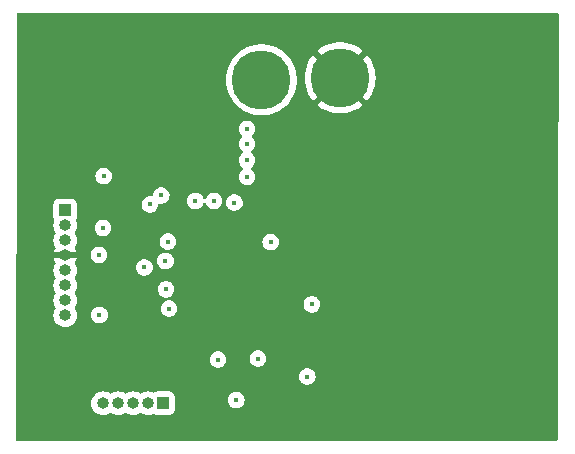
<source format=gbr>
%TF.GenerationSoftware,KiCad,Pcbnew,7.0.9*%
%TF.CreationDate,2023-12-22T17:16:56+01:00*%
%TF.ProjectId,driver_seperate,64726976-6572-45f7-9365-706572617465,rev?*%
%TF.SameCoordinates,Original*%
%TF.FileFunction,Copper,L4,Bot*%
%TF.FilePolarity,Positive*%
%FSLAX46Y46*%
G04 Gerber Fmt 4.6, Leading zero omitted, Abs format (unit mm)*
G04 Created by KiCad (PCBNEW 7.0.9) date 2023-12-22 17:16:56*
%MOMM*%
%LPD*%
G01*
G04 APERTURE LIST*
%TA.AperFunction,ComponentPad*%
%ADD10R,1.000000X1.000000*%
%TD*%
%TA.AperFunction,ComponentPad*%
%ADD11O,1.000000X1.000000*%
%TD*%
%TA.AperFunction,ComponentPad*%
%ADD12C,5.000000*%
%TD*%
%TA.AperFunction,ViaPad*%
%ADD13C,0.400000*%
%TD*%
G04 APERTURE END LIST*
D10*
%TO.P,J2,1,Pin_1*%
%TO.N,/FGOUT*%
X147066000Y-111633000D03*
D11*
%TO.P,J2,2,Pin_2*%
%TO.N,/PWM*%
X145796000Y-111633000D03*
%TO.P,J2,3,Pin_3*%
%TO.N,/BRAKE*%
X144526000Y-111633000D03*
%TO.P,J2,4,Pin_4*%
%TO.N,/DIR*%
X143256000Y-111633000D03*
%TO.P,J2,5,Pin_5*%
%TO.N,/nFAULT*%
X141986000Y-111633000D03*
%TD*%
D10*
%TO.P,J1,1,Pin_1*%
%TO.N,/U*%
X138785600Y-95300800D03*
D11*
%TO.P,J1,2,Pin_2*%
%TO.N,/V*%
X138785600Y-96570800D03*
%TO.P,J1,3,Pin_3*%
%TO.N,/W*%
X138785600Y-97840800D03*
%TO.P,J1,4,Pin_4*%
%TO.N,GND*%
X138785600Y-99110800D03*
%TO.P,J1,5,Pin_5*%
%TO.N,/H2*%
X138785600Y-100380800D03*
%TO.P,J1,6,Pin_6*%
%TO.N,/H1*%
X138785600Y-101650800D03*
%TO.P,J1,7,Pin_7*%
%TO.N,/H3*%
X138785600Y-102920800D03*
%TO.P,J1,8,Pin_8*%
%TO.N,/SW_BK*%
X138785600Y-104190800D03*
%TD*%
D12*
%TO.P,IN-1,1,1*%
%TO.N,GND*%
X162052000Y-84074000D03*
%TD*%
%TO.P,IN+1,1,1*%
%TO.N,/VM*%
X155397200Y-84248800D03*
%TD*%
D13*
%TO.N,/AVDD*%
X147472400Y-97942400D03*
X147269200Y-99568000D03*
X159283400Y-109372400D03*
%TO.N,Net-(IC1-ILIM)*%
X151714200Y-107924600D03*
X153263600Y-111353600D03*
%TO.N,Net-(IC1-CP)*%
X156184600Y-97993200D03*
%TO.N,GND*%
X148361400Y-114046000D03*
X153466800Y-113182400D03*
%TO.N,/SW_BK*%
X159664400Y-103251000D03*
%TO.N,/H3*%
X147320000Y-101981000D03*
%TO.N,/H1*%
X145491200Y-100126800D03*
%TO.N,/SW_BK*%
X141681200Y-104140000D03*
%TO.N,Net-(IC1-CP)*%
X146913600Y-94030800D03*
%TO.N,/V*%
X151384000Y-94488000D03*
%TO.N,/W*%
X149809200Y-94488000D03*
%TO.N,/U*%
X153111200Y-94640400D03*
%TO.N,/AVDD*%
X155092400Y-107848400D03*
%TO.N,/nFAULT*%
X145948400Y-94792800D03*
%TO.N,/AVDD*%
X147574000Y-103615500D03*
%TO.N,GND*%
X144932400Y-87630000D03*
X152552400Y-92760800D03*
%TO.N,/AVDD*%
X142036800Y-92405200D03*
X141986000Y-96774000D03*
X141630400Y-99060000D03*
%TO.N,/VM*%
X154178000Y-91059000D03*
X154178000Y-92456000D03*
X154178000Y-89662000D03*
X154178000Y-88392000D03*
%TO.N,GND*%
X163449000Y-88392000D03*
X163449000Y-91059000D03*
X163449000Y-92456000D03*
X163449000Y-89662000D03*
X170484800Y-111302800D03*
X172212000Y-111277400D03*
X173939200Y-111277400D03*
X175666400Y-111302800D03*
X151942800Y-101904800D03*
X150672800Y-101904800D03*
X152501600Y-100888800D03*
X150114000Y-100888800D03*
X151282400Y-100888800D03*
X152450800Y-99669600D03*
X150164800Y-99669600D03*
X151282400Y-99669600D03*
X152501600Y-98348800D03*
X150164800Y-98348800D03*
X151282400Y-98348800D03*
X151841200Y-97282000D03*
X150723600Y-97282000D03*
%TD*%
%TA.AperFunction,Conductor*%
%TO.N,GND*%
G36*
X180511290Y-78581885D02*
G01*
X180557045Y-78634689D01*
X180568251Y-78686548D01*
X180516493Y-97151293D01*
X180473096Y-112633499D01*
X180467347Y-114684348D01*
X180447474Y-114751332D01*
X180394542Y-114796938D01*
X180343347Y-114808000D01*
X134744349Y-114808000D01*
X134677310Y-114788315D01*
X134631555Y-114735511D01*
X134620349Y-114683652D01*
X134628900Y-111633000D01*
X140980659Y-111633000D01*
X140999975Y-111829129D01*
X140999976Y-111829132D01*
X141055870Y-112013390D01*
X141057188Y-112017733D01*
X141150086Y-112191532D01*
X141150090Y-112191539D01*
X141275116Y-112343883D01*
X141427460Y-112468909D01*
X141427467Y-112468913D01*
X141601266Y-112561811D01*
X141601269Y-112561811D01*
X141601273Y-112561814D01*
X141789868Y-112619024D01*
X141986000Y-112638341D01*
X142182132Y-112619024D01*
X142370727Y-112561814D01*
X142544538Y-112468910D01*
X142544544Y-112468904D01*
X142549607Y-112465523D01*
X142550703Y-112467164D01*
X142606639Y-112443405D01*
X142675507Y-112455194D01*
X142692148Y-112465888D01*
X142692393Y-112465523D01*
X142697458Y-112468907D01*
X142697462Y-112468910D01*
X142842501Y-112546435D01*
X142869147Y-112560678D01*
X142871273Y-112561814D01*
X143059868Y-112619024D01*
X143256000Y-112638341D01*
X143452132Y-112619024D01*
X143640727Y-112561814D01*
X143814538Y-112468910D01*
X143814544Y-112468904D01*
X143819607Y-112465523D01*
X143820703Y-112467164D01*
X143876639Y-112443405D01*
X143945507Y-112455194D01*
X143962148Y-112465888D01*
X143962393Y-112465523D01*
X143967458Y-112468907D01*
X143967462Y-112468910D01*
X144112501Y-112546435D01*
X144139147Y-112560678D01*
X144141273Y-112561814D01*
X144329868Y-112619024D01*
X144526000Y-112638341D01*
X144722132Y-112619024D01*
X144910727Y-112561814D01*
X145084538Y-112468910D01*
X145084544Y-112468904D01*
X145089607Y-112465523D01*
X145090703Y-112467164D01*
X145146639Y-112443405D01*
X145215507Y-112455194D01*
X145232148Y-112465888D01*
X145232393Y-112465523D01*
X145237458Y-112468907D01*
X145237462Y-112468910D01*
X145382501Y-112546435D01*
X145409147Y-112560678D01*
X145411273Y-112561814D01*
X145599868Y-112619024D01*
X145796000Y-112638341D01*
X145992132Y-112619024D01*
X146180727Y-112561814D01*
X146182853Y-112560677D01*
X146184095Y-112560418D01*
X146186355Y-112559483D01*
X146186532Y-112559911D01*
X146251254Y-112546435D01*
X146315615Y-112570767D01*
X146323669Y-112576796D01*
X146323672Y-112576797D01*
X146458517Y-112627091D01*
X146458516Y-112627091D01*
X146465444Y-112627835D01*
X146518127Y-112633500D01*
X147613872Y-112633499D01*
X147673483Y-112627091D01*
X147808331Y-112576796D01*
X147923546Y-112490546D01*
X148009796Y-112375331D01*
X148060091Y-112240483D01*
X148066500Y-112180873D01*
X148066499Y-111353600D01*
X152557955Y-111353600D01*
X152578459Y-111522469D01*
X152578460Y-111522474D01*
X152638782Y-111681531D01*
X152701075Y-111771777D01*
X152735417Y-111821529D01*
X152841105Y-111915160D01*
X152862750Y-111934336D01*
X153013373Y-112013389D01*
X153013375Y-112013390D01*
X153178544Y-112054100D01*
X153348656Y-112054100D01*
X153513825Y-112013390D01*
X153593292Y-111971681D01*
X153664449Y-111934336D01*
X153664450Y-111934334D01*
X153664452Y-111934334D01*
X153791783Y-111821529D01*
X153888418Y-111681530D01*
X153948740Y-111522472D01*
X153969245Y-111353600D01*
X153948740Y-111184728D01*
X153888418Y-111025670D01*
X153888312Y-111025517D01*
X153795234Y-110890671D01*
X153791783Y-110885671D01*
X153691791Y-110797086D01*
X153664449Y-110772863D01*
X153513826Y-110693810D01*
X153348656Y-110653100D01*
X153178544Y-110653100D01*
X153013373Y-110693810D01*
X152862750Y-110772863D01*
X152735416Y-110885672D01*
X152638782Y-111025668D01*
X152578460Y-111184725D01*
X152578459Y-111184730D01*
X152557955Y-111353600D01*
X148066499Y-111353600D01*
X148066499Y-111085128D01*
X148061299Y-111036757D01*
X148060091Y-111025516D01*
X148009797Y-110890671D01*
X148009793Y-110890664D01*
X147923547Y-110775455D01*
X147923544Y-110775452D01*
X147808335Y-110689206D01*
X147808328Y-110689202D01*
X147673482Y-110638908D01*
X147673483Y-110638908D01*
X147613883Y-110632501D01*
X147613881Y-110632500D01*
X147613873Y-110632500D01*
X147613864Y-110632500D01*
X146518129Y-110632500D01*
X146518123Y-110632501D01*
X146458516Y-110638908D01*
X146323671Y-110689202D01*
X146323666Y-110689205D01*
X146315614Y-110695233D01*
X146250149Y-110719648D01*
X146186530Y-110706104D01*
X146186359Y-110706518D01*
X146184123Y-110705592D01*
X146182850Y-110705321D01*
X146180729Y-110704187D01*
X146180728Y-110704186D01*
X146180727Y-110704186D01*
X145992132Y-110646976D01*
X145992129Y-110646975D01*
X145796000Y-110627659D01*
X145599870Y-110646975D01*
X145411266Y-110704188D01*
X145237467Y-110797086D01*
X145232399Y-110800473D01*
X145231305Y-110798836D01*
X145175337Y-110822596D01*
X145106471Y-110810795D01*
X145089843Y-110800109D01*
X145089601Y-110800473D01*
X145084532Y-110797086D01*
X144910733Y-110704188D01*
X144910727Y-110704186D01*
X144722132Y-110646976D01*
X144722129Y-110646975D01*
X144526000Y-110627659D01*
X144329870Y-110646975D01*
X144141266Y-110704188D01*
X143967467Y-110797086D01*
X143962399Y-110800473D01*
X143961305Y-110798836D01*
X143905337Y-110822596D01*
X143836471Y-110810795D01*
X143819843Y-110800109D01*
X143819601Y-110800473D01*
X143814532Y-110797086D01*
X143640733Y-110704188D01*
X143640727Y-110704186D01*
X143452132Y-110646976D01*
X143452129Y-110646975D01*
X143256000Y-110627659D01*
X143059870Y-110646975D01*
X142871266Y-110704188D01*
X142697467Y-110797086D01*
X142692399Y-110800473D01*
X142691305Y-110798836D01*
X142635337Y-110822596D01*
X142566471Y-110810795D01*
X142549843Y-110800109D01*
X142549601Y-110800473D01*
X142544532Y-110797086D01*
X142370733Y-110704188D01*
X142370727Y-110704186D01*
X142182132Y-110646976D01*
X142182129Y-110646975D01*
X141986000Y-110627659D01*
X141789870Y-110646975D01*
X141601266Y-110704188D01*
X141427467Y-110797086D01*
X141427460Y-110797090D01*
X141275116Y-110922116D01*
X141150090Y-111074460D01*
X141150086Y-111074467D01*
X141057188Y-111248266D01*
X140999975Y-111436870D01*
X140980659Y-111633000D01*
X134628900Y-111633000D01*
X134635237Y-109372400D01*
X158577755Y-109372400D01*
X158598259Y-109541269D01*
X158598260Y-109541274D01*
X158658582Y-109700331D01*
X158720875Y-109790577D01*
X158755217Y-109840329D01*
X158860905Y-109933960D01*
X158882550Y-109953136D01*
X159033173Y-110032189D01*
X159033175Y-110032190D01*
X159198344Y-110072900D01*
X159368456Y-110072900D01*
X159533625Y-110032190D01*
X159613092Y-109990481D01*
X159684249Y-109953136D01*
X159684250Y-109953134D01*
X159684252Y-109953134D01*
X159811583Y-109840329D01*
X159908218Y-109700330D01*
X159968540Y-109541272D01*
X159989045Y-109372400D01*
X159968540Y-109203528D01*
X159908218Y-109044470D01*
X159811583Y-108904471D01*
X159684252Y-108791666D01*
X159684249Y-108791663D01*
X159533626Y-108712610D01*
X159368456Y-108671900D01*
X159198344Y-108671900D01*
X159033173Y-108712610D01*
X158882550Y-108791663D01*
X158755216Y-108904472D01*
X158658582Y-109044468D01*
X158598260Y-109203525D01*
X158598259Y-109203530D01*
X158577755Y-109372400D01*
X134635237Y-109372400D01*
X134639295Y-107924600D01*
X151008555Y-107924600D01*
X151029059Y-108093469D01*
X151029060Y-108093474D01*
X151089382Y-108252531D01*
X151151675Y-108342777D01*
X151186017Y-108392529D01*
X151291705Y-108486160D01*
X151313350Y-108505336D01*
X151463973Y-108584389D01*
X151463975Y-108584390D01*
X151629144Y-108625100D01*
X151799256Y-108625100D01*
X151964425Y-108584390D01*
X152043892Y-108542681D01*
X152115049Y-108505336D01*
X152115050Y-108505334D01*
X152115052Y-108505334D01*
X152242383Y-108392529D01*
X152339018Y-108252530D01*
X152399340Y-108093472D01*
X152419845Y-107924600D01*
X152410593Y-107848400D01*
X154386755Y-107848400D01*
X154407259Y-108017269D01*
X154407260Y-108017274D01*
X154467582Y-108176331D01*
X154520179Y-108252530D01*
X154564217Y-108316329D01*
X154669905Y-108409960D01*
X154691550Y-108429136D01*
X154836733Y-108505334D01*
X154842175Y-108508190D01*
X155007344Y-108548900D01*
X155177456Y-108548900D01*
X155342625Y-108508190D01*
X155422092Y-108466481D01*
X155493249Y-108429136D01*
X155493250Y-108429134D01*
X155493252Y-108429134D01*
X155620583Y-108316329D01*
X155717218Y-108176330D01*
X155777540Y-108017272D01*
X155798045Y-107848400D01*
X155777540Y-107679528D01*
X155717218Y-107520470D01*
X155620583Y-107380471D01*
X155493252Y-107267666D01*
X155493249Y-107267663D01*
X155342626Y-107188610D01*
X155177456Y-107147900D01*
X155007344Y-107147900D01*
X154842173Y-107188610D01*
X154691550Y-107267663D01*
X154564216Y-107380472D01*
X154467582Y-107520468D01*
X154407260Y-107679525D01*
X154407259Y-107679530D01*
X154386755Y-107848400D01*
X152410593Y-107848400D01*
X152399340Y-107755728D01*
X152339018Y-107596670D01*
X152242383Y-107456671D01*
X152115052Y-107343866D01*
X152115049Y-107343863D01*
X151964426Y-107264810D01*
X151799256Y-107224100D01*
X151629144Y-107224100D01*
X151463973Y-107264810D01*
X151313350Y-107343863D01*
X151186016Y-107456672D01*
X151089382Y-107596668D01*
X151029060Y-107755725D01*
X151029059Y-107755730D01*
X151008555Y-107924600D01*
X134639295Y-107924600D01*
X134649761Y-104190800D01*
X137780259Y-104190800D01*
X137799575Y-104386929D01*
X137856788Y-104575533D01*
X137949686Y-104749332D01*
X137949690Y-104749339D01*
X138074716Y-104901683D01*
X138227060Y-105026709D01*
X138227067Y-105026713D01*
X138400866Y-105119611D01*
X138400869Y-105119611D01*
X138400873Y-105119614D01*
X138589468Y-105176824D01*
X138785600Y-105196141D01*
X138981732Y-105176824D01*
X139170327Y-105119614D01*
X139344138Y-105026710D01*
X139496483Y-104901683D01*
X139621510Y-104749338D01*
X139714414Y-104575527D01*
X139771624Y-104386932D01*
X139790941Y-104190800D01*
X139785938Y-104140000D01*
X140975555Y-104140000D01*
X140996059Y-104308869D01*
X140996060Y-104308874D01*
X141056382Y-104467931D01*
X141118675Y-104558177D01*
X141153017Y-104607929D01*
X141258705Y-104701560D01*
X141280350Y-104720736D01*
X141430973Y-104799789D01*
X141430975Y-104799790D01*
X141596144Y-104840500D01*
X141766256Y-104840500D01*
X141931425Y-104799790D01*
X142010892Y-104758081D01*
X142082049Y-104720736D01*
X142082050Y-104720734D01*
X142082052Y-104720734D01*
X142209383Y-104607929D01*
X142306018Y-104467930D01*
X142366340Y-104308872D01*
X142386845Y-104140000D01*
X142366340Y-103971128D01*
X142306018Y-103812070D01*
X142209383Y-103672071D01*
X142145527Y-103615500D01*
X146868355Y-103615500D01*
X146888859Y-103784369D01*
X146888860Y-103784374D01*
X146949182Y-103943431D01*
X147011475Y-104033677D01*
X147045817Y-104083429D01*
X147109673Y-104140000D01*
X147173150Y-104196236D01*
X147323773Y-104275289D01*
X147323775Y-104275290D01*
X147488944Y-104316000D01*
X147659056Y-104316000D01*
X147824225Y-104275290D01*
X147903692Y-104233581D01*
X147974849Y-104196236D01*
X147974850Y-104196234D01*
X147974852Y-104196234D01*
X148102183Y-104083429D01*
X148198818Y-103943430D01*
X148259140Y-103784372D01*
X148279645Y-103615500D01*
X148259140Y-103446628D01*
X148198818Y-103287570D01*
X148173575Y-103251000D01*
X158958755Y-103251000D01*
X158979259Y-103419869D01*
X158979260Y-103419874D01*
X159039582Y-103578931D01*
X159076398Y-103632267D01*
X159136217Y-103718929D01*
X159234575Y-103806066D01*
X159263550Y-103831736D01*
X159414173Y-103910789D01*
X159414175Y-103910790D01*
X159579344Y-103951500D01*
X159749456Y-103951500D01*
X159914625Y-103910790D01*
X159994092Y-103869081D01*
X160065249Y-103831736D01*
X160065250Y-103831734D01*
X160065252Y-103831734D01*
X160192583Y-103718929D01*
X160289218Y-103578930D01*
X160349540Y-103419872D01*
X160370045Y-103251000D01*
X160349540Y-103082128D01*
X160289218Y-102923070D01*
X160286266Y-102918794D01*
X160254876Y-102873318D01*
X160192583Y-102783071D01*
X160073637Y-102677694D01*
X160065249Y-102670263D01*
X159914626Y-102591210D01*
X159749456Y-102550500D01*
X159579344Y-102550500D01*
X159414173Y-102591210D01*
X159263550Y-102670263D01*
X159136216Y-102783072D01*
X159039582Y-102923068D01*
X158979260Y-103082125D01*
X158979259Y-103082130D01*
X158958755Y-103251000D01*
X148173575Y-103251000D01*
X148102183Y-103147571D01*
X147974852Y-103034766D01*
X147974849Y-103034763D01*
X147824226Y-102955710D01*
X147659056Y-102915000D01*
X147488944Y-102915000D01*
X147481443Y-102915000D01*
X147481443Y-102913030D01*
X147474805Y-102911926D01*
X147466521Y-102918794D01*
X147447160Y-102925298D01*
X147323773Y-102955710D01*
X147173150Y-103034763D01*
X147045816Y-103147572D01*
X146949182Y-103287568D01*
X146888860Y-103446625D01*
X146888859Y-103446630D01*
X146868355Y-103615500D01*
X142145527Y-103615500D01*
X142082052Y-103559266D01*
X142082049Y-103559263D01*
X141931426Y-103480210D01*
X141766256Y-103439500D01*
X141596144Y-103439500D01*
X141430973Y-103480210D01*
X141280350Y-103559263D01*
X141153016Y-103672072D01*
X141056382Y-103812068D01*
X140996060Y-103971125D01*
X140996059Y-103971130D01*
X140975555Y-104140000D01*
X139785938Y-104140000D01*
X139771624Y-103994668D01*
X139714414Y-103806073D01*
X139621510Y-103632262D01*
X139621507Y-103632258D01*
X139618123Y-103627193D01*
X139619764Y-103626096D01*
X139596005Y-103570161D01*
X139607794Y-103501293D01*
X139618488Y-103484651D01*
X139618123Y-103484407D01*
X139621504Y-103479344D01*
X139621510Y-103479338D01*
X139714414Y-103305527D01*
X139771624Y-103116932D01*
X139790941Y-102920800D01*
X139771624Y-102724668D01*
X139714414Y-102536073D01*
X139621510Y-102362262D01*
X139621507Y-102362258D01*
X139618123Y-102357193D01*
X139619764Y-102356096D01*
X139596005Y-102300161D01*
X139607794Y-102231293D01*
X139618488Y-102214651D01*
X139618123Y-102214407D01*
X139621504Y-102209344D01*
X139621510Y-102209338D01*
X139714414Y-102035527D01*
X139730955Y-101981000D01*
X146614355Y-101981000D01*
X146634859Y-102149869D01*
X146634860Y-102149874D01*
X146695182Y-102308931D01*
X146731998Y-102362267D01*
X146791817Y-102448929D01*
X146890175Y-102536066D01*
X146919150Y-102561736D01*
X147069773Y-102640789D01*
X147069775Y-102640790D01*
X147234944Y-102681500D01*
X147412557Y-102681500D01*
X147412557Y-102683474D01*
X147419196Y-102684577D01*
X147427504Y-102677694D01*
X147446836Y-102671202D01*
X147570225Y-102640790D01*
X147664691Y-102591210D01*
X147720849Y-102561736D01*
X147720850Y-102561734D01*
X147720852Y-102561734D01*
X147848183Y-102448929D01*
X147944818Y-102308930D01*
X148005140Y-102149872D01*
X148025645Y-101981000D01*
X148005140Y-101812128D01*
X147944818Y-101653070D01*
X147848183Y-101513071D01*
X147720852Y-101400266D01*
X147720849Y-101400263D01*
X147570226Y-101321210D01*
X147405056Y-101280500D01*
X147234944Y-101280500D01*
X147069773Y-101321210D01*
X146919150Y-101400263D01*
X146791816Y-101513072D01*
X146695182Y-101653068D01*
X146634860Y-101812125D01*
X146634859Y-101812130D01*
X146614355Y-101981000D01*
X139730955Y-101981000D01*
X139771624Y-101846932D01*
X139790941Y-101650800D01*
X139771624Y-101454668D01*
X139714414Y-101266073D01*
X139621510Y-101092262D01*
X139621507Y-101092258D01*
X139618123Y-101087193D01*
X139619764Y-101086096D01*
X139596005Y-101030161D01*
X139607794Y-100961293D01*
X139618488Y-100944651D01*
X139618123Y-100944407D01*
X139621504Y-100939344D01*
X139621510Y-100939338D01*
X139714414Y-100765527D01*
X139771624Y-100576932D01*
X139790941Y-100380800D01*
X139771624Y-100184668D01*
X139754070Y-100126800D01*
X144785555Y-100126800D01*
X144806059Y-100295669D01*
X144806060Y-100295674D01*
X144866382Y-100454731D01*
X144928675Y-100544977D01*
X144963017Y-100594729D01*
X145068705Y-100688360D01*
X145090350Y-100707536D01*
X145240973Y-100786589D01*
X145240975Y-100786590D01*
X145406144Y-100827300D01*
X145576256Y-100827300D01*
X145741425Y-100786590D01*
X145820892Y-100744881D01*
X145892049Y-100707536D01*
X145892050Y-100707534D01*
X145892052Y-100707534D01*
X146019383Y-100594729D01*
X146116018Y-100454730D01*
X146176340Y-100295672D01*
X146196845Y-100126800D01*
X146176340Y-99957928D01*
X146116018Y-99798870D01*
X146019383Y-99658871D01*
X145924516Y-99574826D01*
X145916811Y-99568000D01*
X146563555Y-99568000D01*
X146584059Y-99736869D01*
X146584060Y-99736874D01*
X146644382Y-99895931D01*
X146687174Y-99957925D01*
X146741017Y-100035929D01*
X146843590Y-100126800D01*
X146868350Y-100148736D01*
X147018973Y-100227789D01*
X147018975Y-100227790D01*
X147184144Y-100268500D01*
X147354256Y-100268500D01*
X147519425Y-100227790D01*
X147601586Y-100184668D01*
X147670049Y-100148736D01*
X147670050Y-100148734D01*
X147670052Y-100148734D01*
X147797383Y-100035929D01*
X147894018Y-99895930D01*
X147954340Y-99736872D01*
X147974845Y-99568000D01*
X147954340Y-99399128D01*
X147894018Y-99240070D01*
X147886286Y-99228869D01*
X147844344Y-99168106D01*
X147797383Y-99100071D01*
X147670052Y-98987266D01*
X147670049Y-98987263D01*
X147519426Y-98908210D01*
X147434577Y-98887297D01*
X147374196Y-98852141D01*
X147361991Y-98828253D01*
X147348905Y-98844770D01*
X147282795Y-98867380D01*
X147277348Y-98867500D01*
X147184144Y-98867500D01*
X147018973Y-98908210D01*
X146868350Y-98987263D01*
X146741016Y-99100072D01*
X146644382Y-99240068D01*
X146584060Y-99399125D01*
X146584059Y-99399130D01*
X146563555Y-99568000D01*
X145916811Y-99568000D01*
X145892049Y-99546063D01*
X145741426Y-99467010D01*
X145576256Y-99426300D01*
X145406144Y-99426300D01*
X145240973Y-99467010D01*
X145090350Y-99546063D01*
X144963016Y-99658872D01*
X144866382Y-99798868D01*
X144806060Y-99957925D01*
X144806059Y-99957930D01*
X144785555Y-100126800D01*
X139754070Y-100126800D01*
X139714414Y-99996073D01*
X139621510Y-99822262D01*
X139621506Y-99822257D01*
X139618126Y-99817199D01*
X139619644Y-99816184D01*
X139595681Y-99759762D01*
X139607472Y-99690894D01*
X139618092Y-99674374D01*
X139617711Y-99674120D01*
X139621097Y-99669052D01*
X139713947Y-99495341D01*
X139754760Y-99360800D01*
X139000083Y-99360800D01*
X139071401Y-99275807D01*
X139110600Y-99168106D01*
X139110600Y-99060000D01*
X140924755Y-99060000D01*
X140945259Y-99228869D01*
X140945260Y-99228874D01*
X141005582Y-99387931D01*
X141049797Y-99451986D01*
X141102217Y-99527929D01*
X141207905Y-99621560D01*
X141229550Y-99640736D01*
X141380173Y-99719789D01*
X141380175Y-99719790D01*
X141545344Y-99760500D01*
X141715456Y-99760500D01*
X141880625Y-99719790D01*
X141977297Y-99669052D01*
X142031249Y-99640736D01*
X142031250Y-99640734D01*
X142031252Y-99640734D01*
X142158583Y-99527929D01*
X142255218Y-99387930D01*
X142315540Y-99228872D01*
X142336045Y-99060000D01*
X142315540Y-98891128D01*
X142302974Y-98857995D01*
X142255217Y-98732068D01*
X142209357Y-98665630D01*
X142158583Y-98592071D01*
X142031252Y-98479266D01*
X142031249Y-98479263D01*
X141880626Y-98400210D01*
X141715456Y-98359500D01*
X141545344Y-98359500D01*
X141380173Y-98400210D01*
X141229550Y-98479263D01*
X141102216Y-98592072D01*
X141005582Y-98732068D01*
X140945260Y-98891125D01*
X140945259Y-98891130D01*
X140924755Y-99060000D01*
X139110600Y-99060000D01*
X139110600Y-99053494D01*
X139071401Y-98945793D01*
X139000083Y-98860800D01*
X139754760Y-98860800D01*
X139754760Y-98860799D01*
X139713947Y-98726258D01*
X139621096Y-98552546D01*
X139617710Y-98547478D01*
X139619384Y-98546359D01*
X139595681Y-98490546D01*
X139607474Y-98421679D01*
X139618439Y-98404618D01*
X139618123Y-98404407D01*
X139621504Y-98399344D01*
X139621510Y-98399338D01*
X139714414Y-98225527D01*
X139771624Y-98036932D01*
X139780934Y-97942400D01*
X146766755Y-97942400D01*
X146787259Y-98111269D01*
X146787260Y-98111274D01*
X146847582Y-98270331D01*
X146909132Y-98359500D01*
X146944217Y-98410329D01*
X147022028Y-98479263D01*
X147071550Y-98523136D01*
X147202895Y-98592071D01*
X147222175Y-98602190D01*
X147292554Y-98619536D01*
X147307023Y-98623103D01*
X147367404Y-98658259D01*
X147379608Y-98682146D01*
X147392695Y-98665630D01*
X147458805Y-98643020D01*
X147464252Y-98642900D01*
X147557456Y-98642900D01*
X147722625Y-98602190D01*
X147817213Y-98552546D01*
X147873249Y-98523136D01*
X147873250Y-98523134D01*
X147873252Y-98523134D01*
X148000583Y-98410329D01*
X148097218Y-98270330D01*
X148157540Y-98111272D01*
X148171877Y-97993200D01*
X155478955Y-97993200D01*
X155499459Y-98162069D01*
X155499460Y-98162074D01*
X155559782Y-98321131D01*
X155614367Y-98400210D01*
X155656417Y-98461129D01*
X155726409Y-98523136D01*
X155783750Y-98573936D01*
X155915150Y-98642900D01*
X155934375Y-98652990D01*
X156099544Y-98693700D01*
X156269656Y-98693700D01*
X156434825Y-98652990D01*
X156531617Y-98602189D01*
X156585449Y-98573936D01*
X156585450Y-98573934D01*
X156585452Y-98573934D01*
X156712783Y-98461129D01*
X156809418Y-98321130D01*
X156869740Y-98162072D01*
X156890245Y-97993200D01*
X156869740Y-97824328D01*
X156809418Y-97665270D01*
X156795197Y-97644668D01*
X156774352Y-97614468D01*
X156712783Y-97525271D01*
X156585452Y-97412466D01*
X156585449Y-97412463D01*
X156434826Y-97333410D01*
X156269656Y-97292700D01*
X156099544Y-97292700D01*
X155934373Y-97333410D01*
X155783750Y-97412463D01*
X155656416Y-97525272D01*
X155559782Y-97665268D01*
X155499460Y-97824325D01*
X155499459Y-97824330D01*
X155478955Y-97993200D01*
X148171877Y-97993200D01*
X148178045Y-97942400D01*
X148157540Y-97773528D01*
X148097218Y-97614470D01*
X148000583Y-97474471D01*
X147873252Y-97361666D01*
X147873249Y-97361663D01*
X147722626Y-97282610D01*
X147557456Y-97241900D01*
X147387344Y-97241900D01*
X147222173Y-97282610D01*
X147071550Y-97361663D01*
X146944216Y-97474472D01*
X146847582Y-97614468D01*
X146787260Y-97773525D01*
X146787259Y-97773530D01*
X146766755Y-97942400D01*
X139780934Y-97942400D01*
X139790941Y-97840800D01*
X139771624Y-97644668D01*
X139714414Y-97456073D01*
X139621510Y-97282262D01*
X139621507Y-97282258D01*
X139618123Y-97277193D01*
X139619764Y-97276096D01*
X139596005Y-97220161D01*
X139607794Y-97151293D01*
X139618488Y-97134651D01*
X139618123Y-97134407D01*
X139621504Y-97129344D01*
X139621510Y-97129338D01*
X139714414Y-96955527D01*
X139769480Y-96774000D01*
X141280355Y-96774000D01*
X141300859Y-96942869D01*
X141300860Y-96942874D01*
X141361182Y-97101931D01*
X141395255Y-97151293D01*
X141457817Y-97241929D01*
X141503737Y-97282610D01*
X141585150Y-97354736D01*
X141735773Y-97433789D01*
X141735775Y-97433790D01*
X141900944Y-97474500D01*
X142071056Y-97474500D01*
X142236225Y-97433790D01*
X142315692Y-97392081D01*
X142386849Y-97354736D01*
X142386850Y-97354734D01*
X142386852Y-97354734D01*
X142514183Y-97241929D01*
X142610818Y-97101930D01*
X142671140Y-96942872D01*
X142691645Y-96774000D01*
X142671140Y-96605128D01*
X142610818Y-96446070D01*
X142514183Y-96306071D01*
X142386852Y-96193266D01*
X142386849Y-96193263D01*
X142236226Y-96114210D01*
X142071056Y-96073500D01*
X141900944Y-96073500D01*
X141735773Y-96114210D01*
X141585150Y-96193263D01*
X141457816Y-96306072D01*
X141361182Y-96446068D01*
X141300860Y-96605125D01*
X141300859Y-96605130D01*
X141280355Y-96774000D01*
X139769480Y-96774000D01*
X139771624Y-96766932D01*
X139790941Y-96570800D01*
X139771624Y-96374668D01*
X139714414Y-96186073D01*
X139713277Y-96183946D01*
X139713018Y-96182704D01*
X139712083Y-96180445D01*
X139712511Y-96180267D01*
X139699035Y-96115546D01*
X139723371Y-96051179D01*
X139729396Y-96043131D01*
X139779691Y-95908283D01*
X139786100Y-95848673D01*
X139786099Y-94792800D01*
X145242755Y-94792800D01*
X145263259Y-94961669D01*
X145263260Y-94961674D01*
X145323582Y-95120731D01*
X145385875Y-95210977D01*
X145420217Y-95260729D01*
X145510712Y-95340900D01*
X145547550Y-95373536D01*
X145698173Y-95452589D01*
X145698175Y-95452590D01*
X145863344Y-95493300D01*
X146033456Y-95493300D01*
X146198625Y-95452590D01*
X146278092Y-95410881D01*
X146349249Y-95373536D01*
X146349250Y-95373534D01*
X146349252Y-95373534D01*
X146476583Y-95260729D01*
X146573218Y-95120730D01*
X146633540Y-94961672D01*
X146649495Y-94830271D01*
X146677115Y-94766096D01*
X146735049Y-94727039D01*
X146802264Y-94724823D01*
X146811256Y-94727039D01*
X146828542Y-94731299D01*
X146828543Y-94731300D01*
X146828544Y-94731300D01*
X146998656Y-94731300D01*
X147163825Y-94690590D01*
X147259453Y-94640400D01*
X147314449Y-94611536D01*
X147314450Y-94611534D01*
X147314452Y-94611534D01*
X147441783Y-94498729D01*
X147449189Y-94488000D01*
X149103555Y-94488000D01*
X149124059Y-94656869D01*
X149124060Y-94656874D01*
X149184382Y-94815931D01*
X149246675Y-94906177D01*
X149281017Y-94955929D01*
X149386705Y-95049560D01*
X149408350Y-95068736D01*
X149558973Y-95147789D01*
X149558975Y-95147790D01*
X149724144Y-95188500D01*
X149894256Y-95188500D01*
X150059425Y-95147790D01*
X150138892Y-95106081D01*
X150210049Y-95068736D01*
X150210050Y-95068734D01*
X150210052Y-95068734D01*
X150337383Y-94955929D01*
X150434018Y-94815930D01*
X150480658Y-94692947D01*
X150522835Y-94637246D01*
X150588433Y-94613188D01*
X150656623Y-94628415D01*
X150705757Y-94678090D01*
X150712539Y-94692943D01*
X150734803Y-94751648D01*
X150759182Y-94815931D01*
X150821475Y-94906177D01*
X150855817Y-94955929D01*
X150961505Y-95049560D01*
X150983150Y-95068736D01*
X151133773Y-95147789D01*
X151133775Y-95147790D01*
X151298944Y-95188500D01*
X151469056Y-95188500D01*
X151634225Y-95147790D01*
X151713692Y-95106081D01*
X151784849Y-95068736D01*
X151784850Y-95068734D01*
X151784852Y-95068734D01*
X151912183Y-94955929D01*
X152008818Y-94815930D01*
X152069140Y-94656872D01*
X152071140Y-94640400D01*
X152405555Y-94640400D01*
X152426059Y-94809269D01*
X152426060Y-94809274D01*
X152486382Y-94968331D01*
X152548675Y-95058577D01*
X152583017Y-95108329D01*
X152673512Y-95188500D01*
X152710350Y-95221136D01*
X152860973Y-95300189D01*
X152860975Y-95300190D01*
X153026144Y-95340900D01*
X153196256Y-95340900D01*
X153361425Y-95300190D01*
X153440892Y-95258481D01*
X153512049Y-95221136D01*
X153512050Y-95221134D01*
X153512052Y-95221134D01*
X153639383Y-95108329D01*
X153736018Y-94968330D01*
X153796340Y-94809272D01*
X153816845Y-94640400D01*
X153796340Y-94471528D01*
X153785616Y-94443252D01*
X153774431Y-94413758D01*
X153736018Y-94312470D01*
X153732041Y-94306709D01*
X153701676Y-94262718D01*
X153639383Y-94172471D01*
X153512052Y-94059666D01*
X153512049Y-94059663D01*
X153361426Y-93980610D01*
X153196256Y-93939900D01*
X153026144Y-93939900D01*
X152860973Y-93980610D01*
X152710350Y-94059663D01*
X152583016Y-94172472D01*
X152486382Y-94312468D01*
X152426060Y-94471525D01*
X152426059Y-94471530D01*
X152405555Y-94640400D01*
X152071140Y-94640400D01*
X152089645Y-94488000D01*
X152069140Y-94319128D01*
X152061092Y-94297908D01*
X152028536Y-94212063D01*
X152008818Y-94160070D01*
X151912183Y-94020071D01*
X151784852Y-93907266D01*
X151784849Y-93907263D01*
X151634226Y-93828210D01*
X151469056Y-93787500D01*
X151298944Y-93787500D01*
X151133773Y-93828210D01*
X150983150Y-93907263D01*
X150855816Y-94020072D01*
X150759182Y-94160068D01*
X150759182Y-94160069D01*
X150712542Y-94283051D01*
X150670364Y-94338754D01*
X150604767Y-94362811D01*
X150536576Y-94347584D01*
X150487443Y-94297908D01*
X150480658Y-94283051D01*
X150453736Y-94212063D01*
X150434018Y-94160070D01*
X150337383Y-94020071D01*
X150210052Y-93907266D01*
X150210049Y-93907263D01*
X150059426Y-93828210D01*
X149894256Y-93787500D01*
X149724144Y-93787500D01*
X149558973Y-93828210D01*
X149408350Y-93907263D01*
X149281016Y-94020072D01*
X149184382Y-94160068D01*
X149124060Y-94319125D01*
X149124059Y-94319130D01*
X149103555Y-94488000D01*
X147449189Y-94488000D01*
X147538418Y-94358730D01*
X147598740Y-94199672D01*
X147619245Y-94030800D01*
X147598740Y-93861928D01*
X147538418Y-93702870D01*
X147441783Y-93562871D01*
X147314452Y-93450066D01*
X147314449Y-93450063D01*
X147163826Y-93371010D01*
X146998656Y-93330300D01*
X146828544Y-93330300D01*
X146663373Y-93371010D01*
X146512750Y-93450063D01*
X146385416Y-93562872D01*
X146288782Y-93702868D01*
X146228460Y-93861925D01*
X146228459Y-93861931D01*
X146212505Y-93993326D01*
X146184883Y-94057504D01*
X146126949Y-94096560D01*
X146059737Y-94098777D01*
X146041064Y-94094175D01*
X146033456Y-94092300D01*
X145863344Y-94092300D01*
X145698173Y-94133010D01*
X145547550Y-94212063D01*
X145420216Y-94324872D01*
X145323582Y-94464868D01*
X145263260Y-94623925D01*
X145263259Y-94623930D01*
X145242755Y-94792800D01*
X139786099Y-94792800D01*
X139786099Y-94752928D01*
X139779691Y-94693317D01*
X139779553Y-94692948D01*
X139729397Y-94558471D01*
X139729393Y-94558464D01*
X139643147Y-94443255D01*
X139643144Y-94443252D01*
X139527935Y-94357006D01*
X139527928Y-94357002D01*
X139393082Y-94306708D01*
X139393083Y-94306708D01*
X139333483Y-94300301D01*
X139333481Y-94300300D01*
X139333473Y-94300300D01*
X139333464Y-94300300D01*
X138237729Y-94300300D01*
X138237723Y-94300301D01*
X138178116Y-94306708D01*
X138043271Y-94357002D01*
X138043264Y-94357006D01*
X137928055Y-94443252D01*
X137928052Y-94443255D01*
X137841806Y-94558464D01*
X137841802Y-94558471D01*
X137791508Y-94693317D01*
X137787883Y-94727039D01*
X137785101Y-94752923D01*
X137785100Y-94752935D01*
X137785100Y-95848670D01*
X137785101Y-95848676D01*
X137791508Y-95908283D01*
X137841802Y-96043128D01*
X137841804Y-96043131D01*
X137847831Y-96051182D01*
X137872248Y-96116646D01*
X137858705Y-96180270D01*
X137859118Y-96180441D01*
X137858195Y-96182669D01*
X137857924Y-96183943D01*
X137856788Y-96186067D01*
X137799575Y-96374670D01*
X137780259Y-96570800D01*
X137799575Y-96766929D01*
X137856788Y-96955533D01*
X137949686Y-97129332D01*
X137953073Y-97134401D01*
X137951436Y-97135494D01*
X137975196Y-97191463D01*
X137963395Y-97260329D01*
X137952709Y-97276956D01*
X137953073Y-97277199D01*
X137949686Y-97282267D01*
X137856788Y-97456066D01*
X137799575Y-97644670D01*
X137780259Y-97840800D01*
X137799575Y-98036929D01*
X137856788Y-98225533D01*
X137949686Y-98399332D01*
X137953073Y-98404401D01*
X137951555Y-98405415D01*
X137975518Y-98461842D01*
X137963724Y-98530709D01*
X137953115Y-98547220D01*
X137953493Y-98547473D01*
X137950105Y-98552542D01*
X137857252Y-98726258D01*
X137816439Y-98860799D01*
X137816440Y-98860800D01*
X138571117Y-98860800D01*
X138499799Y-98945793D01*
X138460600Y-99053494D01*
X138460600Y-99168106D01*
X138499799Y-99275807D01*
X138571117Y-99360800D01*
X137816440Y-99360800D01*
X137857252Y-99495341D01*
X137950103Y-99669053D01*
X137953490Y-99674122D01*
X137951815Y-99675240D01*
X137975518Y-99731059D01*
X137963723Y-99799925D01*
X137952758Y-99816988D01*
X137953073Y-99817199D01*
X137949686Y-99822267D01*
X137856788Y-99996066D01*
X137799575Y-100184670D01*
X137780259Y-100380800D01*
X137799575Y-100576929D01*
X137856788Y-100765533D01*
X137949686Y-100939332D01*
X137953073Y-100944401D01*
X137951436Y-100945494D01*
X137975196Y-101001463D01*
X137963395Y-101070329D01*
X137952709Y-101086956D01*
X137953073Y-101087199D01*
X137949686Y-101092267D01*
X137856788Y-101266066D01*
X137799575Y-101454670D01*
X137780259Y-101650800D01*
X137799575Y-101846929D01*
X137856788Y-102035533D01*
X137949686Y-102209332D01*
X137953073Y-102214401D01*
X137951436Y-102215494D01*
X137975196Y-102271463D01*
X137963395Y-102340329D01*
X137952709Y-102356956D01*
X137953073Y-102357199D01*
X137949686Y-102362267D01*
X137856788Y-102536066D01*
X137799575Y-102724670D01*
X137780259Y-102920800D01*
X137799575Y-103116929D01*
X137856788Y-103305533D01*
X137949686Y-103479332D01*
X137953073Y-103484401D01*
X137951436Y-103485494D01*
X137975196Y-103541463D01*
X137963395Y-103610329D01*
X137952709Y-103626956D01*
X137953073Y-103627199D01*
X137949686Y-103632267D01*
X137856788Y-103806066D01*
X137799575Y-103994670D01*
X137780259Y-104190800D01*
X134649761Y-104190800D01*
X134678495Y-93939900D01*
X134682797Y-92405200D01*
X141331155Y-92405200D01*
X141351659Y-92574069D01*
X141351660Y-92574074D01*
X141411982Y-92733131D01*
X141474275Y-92823377D01*
X141508617Y-92873129D01*
X141565959Y-92923929D01*
X141635950Y-92985936D01*
X141786573Y-93064989D01*
X141786575Y-93064990D01*
X141951744Y-93105700D01*
X142121856Y-93105700D01*
X142287025Y-93064990D01*
X142366492Y-93023281D01*
X142437649Y-92985936D01*
X142437650Y-92985934D01*
X142437652Y-92985934D01*
X142564983Y-92873129D01*
X142661618Y-92733130D01*
X142721940Y-92574072D01*
X142736277Y-92456000D01*
X153472355Y-92456000D01*
X153492859Y-92624869D01*
X153492860Y-92624874D01*
X153553182Y-92783931D01*
X153614751Y-92873127D01*
X153649817Y-92923929D01*
X153719809Y-92985936D01*
X153777150Y-93036736D01*
X153908550Y-93105700D01*
X153927775Y-93115790D01*
X154092944Y-93156500D01*
X154263056Y-93156500D01*
X154428225Y-93115790D01*
X154525017Y-93064989D01*
X154578849Y-93036736D01*
X154578850Y-93036734D01*
X154578852Y-93036734D01*
X154706183Y-92923929D01*
X154802818Y-92783930D01*
X154863140Y-92624872D01*
X154883645Y-92456000D01*
X154863140Y-92287128D01*
X154802818Y-92128070D01*
X154706183Y-91988071D01*
X154578852Y-91875266D01*
X154563667Y-91867296D01*
X154513455Y-91818713D01*
X154497480Y-91750694D01*
X154520815Y-91684836D01*
X154563667Y-91647703D01*
X154578852Y-91639734D01*
X154706183Y-91526929D01*
X154802818Y-91386930D01*
X154863140Y-91227872D01*
X154883645Y-91059000D01*
X154863140Y-90890128D01*
X154802818Y-90731070D01*
X154706183Y-90591071D01*
X154578852Y-90478266D01*
X154563667Y-90470296D01*
X154513455Y-90421713D01*
X154497480Y-90353694D01*
X154520815Y-90287836D01*
X154563667Y-90250703D01*
X154578852Y-90242734D01*
X154706183Y-90129929D01*
X154802818Y-89989930D01*
X154863140Y-89830872D01*
X154883645Y-89662000D01*
X154863140Y-89493128D01*
X154802818Y-89334070D01*
X154706183Y-89194071D01*
X154622363Y-89119813D01*
X154585238Y-89060626D01*
X154586006Y-88990761D01*
X154622363Y-88934186D01*
X154706183Y-88859929D01*
X154802818Y-88719930D01*
X154863140Y-88560872D01*
X154883645Y-88392000D01*
X154863140Y-88223128D01*
X154802818Y-88064070D01*
X154706183Y-87924071D01*
X154578852Y-87811266D01*
X154578849Y-87811263D01*
X154428226Y-87732210D01*
X154263056Y-87691500D01*
X154092944Y-87691500D01*
X153927773Y-87732210D01*
X153777150Y-87811263D01*
X153649816Y-87924072D01*
X153553182Y-88064068D01*
X153492860Y-88223125D01*
X153492859Y-88223130D01*
X153472355Y-88392000D01*
X153492859Y-88560869D01*
X153492860Y-88560874D01*
X153553182Y-88719931D01*
X153649818Y-88859930D01*
X153733634Y-88934185D01*
X153770761Y-88993374D01*
X153769993Y-89063240D01*
X153733634Y-89119815D01*
X153649818Y-89194069D01*
X153553182Y-89334068D01*
X153492860Y-89493125D01*
X153492859Y-89493130D01*
X153472355Y-89662000D01*
X153492859Y-89830869D01*
X153492860Y-89830874D01*
X153553182Y-89989931D01*
X153615475Y-90080177D01*
X153649817Y-90129929D01*
X153777148Y-90242734D01*
X153787974Y-90248416D01*
X153792333Y-90250704D01*
X153842545Y-90299289D01*
X153858519Y-90367309D01*
X153835183Y-90433166D01*
X153792333Y-90470296D01*
X153777149Y-90478265D01*
X153649816Y-90591072D01*
X153553182Y-90731068D01*
X153492860Y-90890125D01*
X153492859Y-90890130D01*
X153472355Y-91059000D01*
X153492859Y-91227869D01*
X153492860Y-91227874D01*
X153553182Y-91386931D01*
X153615475Y-91477177D01*
X153649817Y-91526929D01*
X153777148Y-91639734D01*
X153787974Y-91645416D01*
X153792333Y-91647704D01*
X153842545Y-91696289D01*
X153858519Y-91764309D01*
X153835183Y-91830166D01*
X153792333Y-91867296D01*
X153777149Y-91875265D01*
X153649816Y-91988072D01*
X153553182Y-92128068D01*
X153492860Y-92287125D01*
X153492859Y-92287130D01*
X153472355Y-92456000D01*
X142736277Y-92456000D01*
X142742445Y-92405200D01*
X142721940Y-92236328D01*
X142661618Y-92077270D01*
X142564983Y-91937271D01*
X142437652Y-91824466D01*
X142437649Y-91824463D01*
X142287026Y-91745410D01*
X142121856Y-91704700D01*
X141951744Y-91704700D01*
X141786573Y-91745410D01*
X141635950Y-91824463D01*
X141508616Y-91937272D01*
X141411982Y-92077268D01*
X141351660Y-92236325D01*
X141351659Y-92236330D01*
X141331155Y-92405200D01*
X134682797Y-92405200D01*
X134705660Y-84248803D01*
X152391615Y-84248803D01*
X152411938Y-84597727D01*
X152411939Y-84597738D01*
X152472628Y-84941927D01*
X152472630Y-84941934D01*
X152572874Y-85276772D01*
X152711307Y-85597695D01*
X152711313Y-85597708D01*
X152886070Y-85900397D01*
X153094784Y-86180749D01*
X153094789Y-86180755D01*
X153218663Y-86312053D01*
X153334642Y-86434983D01*
X153393589Y-86484445D01*
X153602386Y-86659647D01*
X153602394Y-86659653D01*
X153894403Y-86851711D01*
X153894407Y-86851713D01*
X154206749Y-87008577D01*
X154535189Y-87128119D01*
X154875286Y-87208723D01*
X155222441Y-87249300D01*
X155222448Y-87249300D01*
X155571952Y-87249300D01*
X155571959Y-87249300D01*
X155919114Y-87208723D01*
X156259211Y-87128119D01*
X156587651Y-87008577D01*
X156899993Y-86851713D01*
X157192011Y-86659649D01*
X157459758Y-86434983D01*
X157699612Y-86180753D01*
X157908330Y-85900396D01*
X158083089Y-85597704D01*
X158221526Y-85276771D01*
X158321769Y-84941936D01*
X158336832Y-84856512D01*
X158382460Y-84597738D01*
X158382459Y-84597738D01*
X158382462Y-84597727D01*
X158402785Y-84248800D01*
X158402416Y-84242470D01*
X158398754Y-84179596D01*
X158392604Y-84074003D01*
X159046916Y-84074003D01*
X159067235Y-84422869D01*
X159067236Y-84422880D01*
X159127914Y-84767002D01*
X159127916Y-84767011D01*
X159228145Y-85101800D01*
X159366555Y-85422670D01*
X159366561Y-85422683D01*
X159541289Y-85725322D01*
X159749972Y-86005631D01*
X159749976Y-86005636D01*
X159758147Y-86014297D01*
X159758148Y-86014298D01*
X161005665Y-84766781D01*
X161144855Y-84941320D01*
X161314299Y-85089358D01*
X161361808Y-85117743D01*
X160114817Y-86364733D01*
X160114818Y-86364734D01*
X160257480Y-86484442D01*
X160549461Y-86676480D01*
X160861739Y-86833314D01*
X160861745Y-86833316D01*
X161190130Y-86952838D01*
X161190133Y-86952839D01*
X161530171Y-87033429D01*
X161877276Y-87073999D01*
X161877277Y-87074000D01*
X162226723Y-87074000D01*
X162226723Y-87073999D01*
X162573827Y-87033429D01*
X162573829Y-87033429D01*
X162913866Y-86952839D01*
X162913869Y-86952838D01*
X163242254Y-86833316D01*
X163242260Y-86833314D01*
X163554538Y-86676480D01*
X163846515Y-86484445D01*
X163989180Y-86364734D01*
X163989181Y-86364733D01*
X162742125Y-85117678D01*
X162877747Y-85019144D01*
X163033239Y-84856512D01*
X163094801Y-84763248D01*
X164345850Y-86014297D01*
X164354032Y-86005625D01*
X164562710Y-85725322D01*
X164737438Y-85422683D01*
X164737444Y-85422670D01*
X164875854Y-85101800D01*
X164976083Y-84767011D01*
X164976085Y-84767002D01*
X165036763Y-84422880D01*
X165036764Y-84422869D01*
X165057084Y-84074003D01*
X165057084Y-84073996D01*
X165036764Y-83725130D01*
X165036763Y-83725119D01*
X164976085Y-83380997D01*
X164976083Y-83380988D01*
X164875854Y-83046199D01*
X164737444Y-82725329D01*
X164737438Y-82725316D01*
X164562710Y-82422677D01*
X164354029Y-82142371D01*
X164345850Y-82133701D01*
X164345850Y-82133700D01*
X163098333Y-83381217D01*
X162959145Y-83206680D01*
X162789701Y-83058642D01*
X162742191Y-83030256D01*
X163989181Y-81783265D01*
X163989180Y-81783264D01*
X163846519Y-81663557D01*
X163554538Y-81471519D01*
X163242260Y-81314685D01*
X163242254Y-81314683D01*
X162913869Y-81195161D01*
X162913866Y-81195160D01*
X162573828Y-81114570D01*
X162226723Y-81074000D01*
X161877277Y-81074000D01*
X161530172Y-81114570D01*
X161530170Y-81114570D01*
X161190133Y-81195160D01*
X161190130Y-81195161D01*
X160861745Y-81314683D01*
X160861739Y-81314685D01*
X160549461Y-81471519D01*
X160257485Y-81663554D01*
X160114817Y-81783264D01*
X161361874Y-83030321D01*
X161226253Y-83128856D01*
X161070761Y-83291488D01*
X161009198Y-83384751D01*
X159758148Y-82133701D01*
X159758146Y-82133701D01*
X159749973Y-82142366D01*
X159541289Y-82422677D01*
X159366561Y-82725316D01*
X159366555Y-82725329D01*
X159228145Y-83046199D01*
X159127916Y-83380988D01*
X159127914Y-83380997D01*
X159067236Y-83725119D01*
X159067235Y-83725130D01*
X159046916Y-84073996D01*
X159046916Y-84074003D01*
X158392604Y-84074003D01*
X158382462Y-83899873D01*
X158363922Y-83794725D01*
X158321771Y-83555672D01*
X158321769Y-83555665D01*
X158298898Y-83479270D01*
X158221526Y-83220829D01*
X158083089Y-82899896D01*
X157908330Y-82597204D01*
X157908329Y-82597202D01*
X157699615Y-82316850D01*
X157699610Y-82316844D01*
X157526821Y-82133700D01*
X157459758Y-82062617D01*
X157311688Y-81938372D01*
X157192013Y-81837952D01*
X157192005Y-81837946D01*
X156899996Y-81645888D01*
X156587658Y-81489026D01*
X156587652Y-81489023D01*
X156259212Y-81369481D01*
X156259209Y-81369480D01*
X155919115Y-81288877D01*
X155875719Y-81283804D01*
X155571959Y-81248300D01*
X155222441Y-81248300D01*
X154918680Y-81283804D01*
X154875285Y-81288877D01*
X154875283Y-81288877D01*
X154535190Y-81369480D01*
X154535187Y-81369481D01*
X154206747Y-81489023D01*
X154206741Y-81489026D01*
X153894403Y-81645888D01*
X153602394Y-81837946D01*
X153602386Y-81837952D01*
X153334642Y-82062617D01*
X153334640Y-82062619D01*
X153094789Y-82316844D01*
X153094784Y-82316850D01*
X152886070Y-82597202D01*
X152711313Y-82899891D01*
X152711307Y-82899904D01*
X152572874Y-83220827D01*
X152472630Y-83555665D01*
X152472628Y-83555672D01*
X152411939Y-83899861D01*
X152411938Y-83899872D01*
X152391615Y-84248796D01*
X152391615Y-84248803D01*
X134705660Y-84248803D01*
X134721253Y-78685850D01*
X134741126Y-78618868D01*
X134794058Y-78573262D01*
X134845253Y-78562200D01*
X180444251Y-78562200D01*
X180511290Y-78581885D01*
G37*
%TD.AperFunction*%
%TD*%
M02*

</source>
